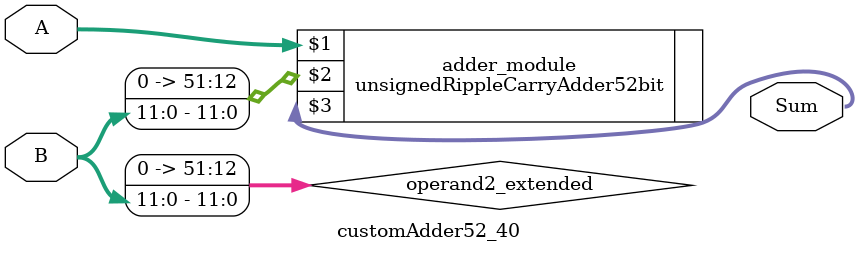
<source format=v>
module customAdder52_40(
                        input [51 : 0] A,
                        input [11 : 0] B,
                        
                        output [52 : 0] Sum
                );

        wire [51 : 0] operand2_extended;
        
        assign operand2_extended =  {40'b0, B};
        
        unsignedRippleCarryAdder52bit adder_module(
            A,
            operand2_extended,
            Sum
        );
        
        endmodule
        
</source>
